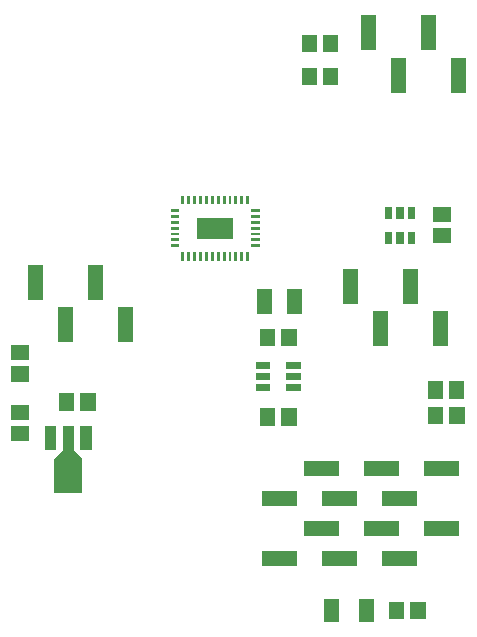
<source format=gbr>
G04 start of page 10 for group -4015 idx -4015 *
G04 Title: (unknown), toppaste *
G04 Creator: pcb 20110918 *
G04 CreationDate: Tue 04 Nov 2014 07:01:44 PM GMT UTC *
G04 For: railfan *
G04 Format: Gerber/RS-274X *
G04 PCB-Dimensions: 210000 270000 *
G04 PCB-Coordinate-Origin: lower left *
%MOIN*%
%FSLAX25Y25*%
%LNTOPPASTE*%
%ADD79R,0.0500X0.0500*%
%ADD78R,0.0244X0.0244*%
%ADD77R,0.0490X0.0490*%
%ADD76R,0.0700X0.0700*%
%ADD75R,0.0098X0.0098*%
%ADD74C,0.0001*%
%ADD73R,0.0945X0.0945*%
%ADD72R,0.0378X0.0378*%
%ADD71R,0.0512X0.0512*%
%ADD70R,0.0240X0.0240*%
G54D70*X165500Y165800D02*Y164200D01*
X161600Y165800D02*Y164200D01*
X157700Y165800D02*Y164200D01*
Y157600D02*Y156000D01*
X161600Y157600D02*Y156000D01*
X165500Y157600D02*Y156000D01*
G54D71*X57543Y102393D02*Y101607D01*
X50457Y102393D02*Y101607D01*
X34607Y98543D02*X35393D01*
X34607Y91457D02*X35393D01*
G54D72*X56906Y91989D02*Y87895D01*
X51000Y91989D02*Y80179D01*
G54D73*Y78445D02*Y76555D01*
G54D74*G36*
X52885Y86010D02*X55725Y83170D01*
X54305Y81750D01*
X51465Y84590D01*
X52885Y86010D01*
G37*
G36*
X46275Y83170D02*X49115Y86010D01*
X50535Y84590D01*
X47695Y81750D01*
X46275Y83170D01*
G37*
G54D72*X45094Y91989D02*Y87895D01*
G54D75*X110827Y170335D02*Y168563D01*
X108858Y170335D02*Y168563D01*
X106890Y170335D02*Y168563D01*
X104921Y170335D02*Y168563D01*
X102953Y170335D02*Y168563D01*
X100984Y170335D02*Y168563D01*
X99016Y170335D02*Y168563D01*
X97047Y170335D02*Y168563D01*
X95079Y170335D02*Y168563D01*
X93110Y170335D02*Y168563D01*
X91142Y170335D02*Y168563D01*
X89173Y170335D02*Y168563D01*
X85728Y165906D02*X87500D01*
X85728Y163937D02*X87500D01*
X85728Y161969D02*X87500D01*
X85728Y160000D02*X87500D01*
X85728Y158031D02*X87500D01*
X85728Y156063D02*X87500D01*
X85728Y154094D02*X87500D01*
X89173Y151437D02*Y149665D01*
X91142Y151437D02*Y149665D01*
X93110Y151437D02*Y149665D01*
X95079Y151437D02*Y149665D01*
X97047Y151437D02*Y149665D01*
X99016Y151437D02*Y149665D01*
X100984Y151437D02*Y149665D01*
X102953Y151437D02*Y149665D01*
X104921Y151437D02*Y149665D01*
X106890Y151437D02*Y149665D01*
X108858Y151437D02*Y149665D01*
X110827Y151437D02*Y149665D01*
X112500Y154094D02*X114272D01*
X112500Y156063D02*X114272D01*
X112500Y158031D02*X114272D01*
X112500Y160000D02*X114272D01*
X112500Y161969D02*X114272D01*
X112500Y163937D02*X114272D01*
X112500Y165906D02*X114272D01*
G54D76*X97500Y160000D02*X102500D01*
G54D71*X34607Y111414D02*X35393D01*
X34607Y118500D02*X35393D01*
X138457Y221893D02*Y221107D01*
X131371Y221893D02*Y221107D01*
X138500Y210893D02*Y210107D01*
X131414Y210893D02*Y210107D01*
G54D77*X116500Y137300D02*Y133700D01*
X126500Y137300D02*Y133700D01*
G54D71*X117457Y123893D02*Y123107D01*
X124543Y123893D02*Y123107D01*
G54D78*X124976Y106760D02*X127339D01*
X124976Y110500D02*X127339D01*
X124976Y114240D02*X127339D01*
X114661D02*X117024D01*
X114661Y110500D02*X117024D01*
X114661Y106760D02*X117024D01*
G54D71*X117457Y97393D02*Y96607D01*
X124543Y97393D02*Y96607D01*
X175107Y157457D02*X175893D01*
X175107Y164543D02*X175893D01*
G54D79*X40000Y145327D02*Y138674D01*
X50000Y131154D02*Y124501D01*
X60000Y145327D02*Y138674D01*
X70000Y131154D02*Y124501D01*
X181000Y214240D02*Y207587D01*
X171000Y228413D02*Y221760D01*
X161000Y214240D02*Y207587D01*
X151000Y228413D02*Y221760D01*
G54D71*X160457Y32893D02*Y32107D01*
X167543Y32893D02*Y32107D01*
G54D79*X172174Y80000D02*X178827D01*
X158001Y70000D02*X164654D01*
X172174Y60000D02*X178827D01*
X158001Y50000D02*X164654D01*
X152174Y80000D02*X158827D01*
X138001Y70000D02*X144654D01*
X152174Y60000D02*X158827D01*
X138001Y50000D02*X144654D01*
X132174Y80000D02*X138827D01*
X118001Y70000D02*X124654D01*
X132174Y60000D02*X138827D01*
X118001Y50000D02*X124654D01*
G54D71*X138690Y33681D02*Y31319D01*
X150500Y33681D02*Y31319D01*
G54D79*X175000Y129740D02*Y123087D01*
X165000Y143913D02*Y137260D01*
X155000Y129740D02*Y123087D01*
X145000Y143913D02*Y137260D01*
G54D71*X173457Y97893D02*Y97107D01*
X180543Y97893D02*Y97107D01*
X173414Y106393D02*Y105607D01*
X180500Y106393D02*Y105607D01*
M02*

</source>
